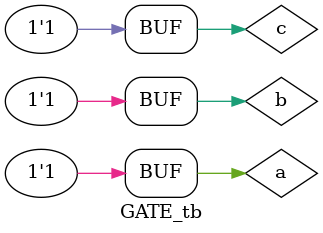
<source format=v>
module GATE(
            input a,b,c,
            output y
            );

wire w1;
or o1(w1,~a,~b);
and a1(y,w1,~c);

endmodule

module GATE_tb();
    reg a,b,c;
    wire y;

    GATE G1(a,b,c,y);

    initial
    begin
    a=1;b=1;c=1;
    end

    initial
    $monitor("a=%b,b=%b,c=%b,y=%b,Time=%t",a,b,c,y,$time);

endmodule

</source>
